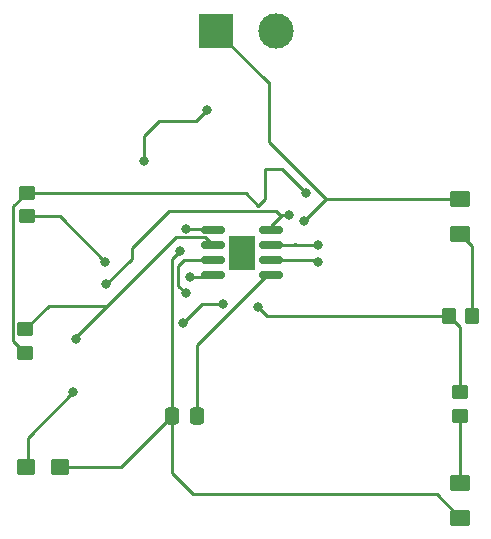
<source format=gbr>
%TF.GenerationSoftware,KiCad,Pcbnew,(6.0.10)*%
%TF.CreationDate,2023-02-17T09:15:48-08:00*%
%TF.ProjectId,Exercise II,45786572-6369-4736-9520-49492e6b6963,rev?*%
%TF.SameCoordinates,Original*%
%TF.FileFunction,Copper,L1,Top*%
%TF.FilePolarity,Positive*%
%FSLAX46Y46*%
G04 Gerber Fmt 4.6, Leading zero omitted, Abs format (unit mm)*
G04 Created by KiCad (PCBNEW (6.0.10)) date 2023-02-17 09:15:48*
%MOMM*%
%LPD*%
G01*
G04 APERTURE LIST*
G04 Aperture macros list*
%AMRoundRect*
0 Rectangle with rounded corners*
0 $1 Rounding radius*
0 $2 $3 $4 $5 $6 $7 $8 $9 X,Y pos of 4 corners*
0 Add a 4 corners polygon primitive as box body*
4,1,4,$2,$3,$4,$5,$6,$7,$8,$9,$2,$3,0*
0 Add four circle primitives for the rounded corners*
1,1,$1+$1,$2,$3*
1,1,$1+$1,$4,$5*
1,1,$1+$1,$6,$7*
1,1,$1+$1,$8,$9*
0 Add four rect primitives between the rounded corners*
20,1,$1+$1,$2,$3,$4,$5,0*
20,1,$1+$1,$4,$5,$6,$7,0*
20,1,$1+$1,$6,$7,$8,$9,0*
20,1,$1+$1,$8,$9,$2,$3,0*%
G04 Aperture macros list end*
%TA.AperFunction,SMDPad,CuDef*%
%ADD10RoundRect,0.250001X0.624999X-0.462499X0.624999X0.462499X-0.624999X0.462499X-0.624999X-0.462499X0*%
%TD*%
%TA.AperFunction,SMDPad,CuDef*%
%ADD11RoundRect,0.250000X-0.450000X0.350000X-0.450000X-0.350000X0.450000X-0.350000X0.450000X0.350000X0*%
%TD*%
%TA.AperFunction,SMDPad,CuDef*%
%ADD12RoundRect,0.150000X-0.825000X-0.150000X0.825000X-0.150000X0.825000X0.150000X-0.825000X0.150000X0*%
%TD*%
%TA.AperFunction,SMDPad,CuDef*%
%ADD13R,2.290000X3.000000*%
%TD*%
%TA.AperFunction,SMDPad,CuDef*%
%ADD14RoundRect,0.250000X0.350000X0.450000X-0.350000X0.450000X-0.350000X-0.450000X0.350000X-0.450000X0*%
%TD*%
%TA.AperFunction,ComponentPad*%
%ADD15R,3.000000X3.000000*%
%TD*%
%TA.AperFunction,ComponentPad*%
%ADD16C,3.000000*%
%TD*%
%TA.AperFunction,SMDPad,CuDef*%
%ADD17RoundRect,0.250000X0.337500X0.475000X-0.337500X0.475000X-0.337500X-0.475000X0.337500X-0.475000X0*%
%TD*%
%TA.AperFunction,SMDPad,CuDef*%
%ADD18RoundRect,0.250000X-0.537500X-0.425000X0.537500X-0.425000X0.537500X0.425000X-0.537500X0.425000X0*%
%TD*%
%TA.AperFunction,SMDPad,CuDef*%
%ADD19RoundRect,0.250000X0.450000X-0.350000X0.450000X0.350000X-0.450000X0.350000X-0.450000X-0.350000X0*%
%TD*%
%TA.AperFunction,ViaPad*%
%ADD20C,0.800000*%
%TD*%
%TA.AperFunction,Conductor*%
%ADD21C,0.254000*%
%TD*%
G04 APERTURE END LIST*
D10*
%TO.P,D2,1,K*%
%TO.N,GND*%
X152654000Y-107786500D03*
%TO.P,D2,2,A*%
%TO.N,Net-(D2-Pad2)*%
X152654000Y-104811500D03*
%TD*%
D11*
%TO.P,R4,1*%
%TO.N,/pin_3*%
X152654000Y-97171000D03*
%TO.P,R4,2*%
%TO.N,Net-(D2-Pad2)*%
X152654000Y-99171000D03*
%TD*%
D12*
%TO.P,U1,1,GND*%
%TO.N,GND*%
X131699000Y-83427000D03*
%TO.P,U1,2,TR*%
%TO.N,/pin_2*%
X131699000Y-84697000D03*
%TO.P,U1,3,Q*%
%TO.N,/pin_3*%
X131699000Y-85967000D03*
%TO.P,U1,4,R*%
%TO.N,+9V*%
X131699000Y-87237000D03*
%TO.P,U1,5,CV*%
%TO.N,Net-(C2-Pad1)*%
X136649000Y-87237000D03*
%TO.P,U1,6,THR*%
%TO.N,/pin_2*%
X136649000Y-85967000D03*
%TO.P,U1,7,DIS*%
%TO.N,/pin_7*%
X136649000Y-84697000D03*
%TO.P,U1,8,VCC*%
%TO.N,+9V*%
X136649000Y-83427000D03*
D13*
%TO.P,U1,9*%
%TO.N,N/C*%
X134174000Y-85332000D03*
%TD*%
D10*
%TO.P,D1,1,K*%
%TO.N,Net-(D1-Pad1)*%
X152654000Y-83783500D03*
%TO.P,D1,2,A*%
%TO.N,+9V*%
X152654000Y-80808500D03*
%TD*%
D14*
%TO.P,R3,1*%
%TO.N,Net-(D1-Pad1)*%
X153654000Y-90678000D03*
%TO.P,R3,2*%
%TO.N,/pin_3*%
X151654000Y-90678000D03*
%TD*%
D15*
%TO.P,J1,1,Pin_1*%
%TO.N,+9V*%
X131953000Y-66548000D03*
D16*
%TO.P,J1,2,Pin_2*%
%TO.N,GND*%
X137033000Y-66548000D03*
%TD*%
D17*
%TO.P,C2,1*%
%TO.N,Net-(C2-Pad1)*%
X130323500Y-99187000D03*
%TO.P,C2,2*%
%TO.N,GND*%
X128248500Y-99187000D03*
%TD*%
D18*
%TO.P,C1,1*%
%TO.N,/pin_2*%
X115910500Y-103505000D03*
%TO.P,C1,2*%
%TO.N,GND*%
X118785500Y-103505000D03*
%TD*%
D19*
%TO.P,R1,1*%
%TO.N,+9V*%
X115951000Y-82280000D03*
%TO.P,R1,2*%
%TO.N,/pin_7*%
X115951000Y-80280000D03*
%TD*%
%TO.P,R2,1*%
%TO.N,/pin_7*%
X115824000Y-93837000D03*
%TO.P,R2,2*%
%TO.N,/pin_2*%
X115824000Y-91837000D03*
%TD*%
D20*
%TO.N,/pin_2*%
X119888000Y-97155000D03*
X132588000Y-89662000D03*
X120078500Y-92646500D03*
X129159000Y-91313000D03*
X140589000Y-86106000D03*
%TO.N,GND*%
X125857000Y-77597000D03*
X129413000Y-83312000D03*
X128905000Y-85217000D03*
X131191000Y-73279000D03*
%TO.N,+9V*%
X129794000Y-87376000D03*
X138176000Y-82169000D03*
X122555000Y-86106000D03*
X122682000Y-88011000D03*
X139446000Y-82677000D03*
%TO.N,/pin_7*%
X139573000Y-80264000D03*
X140589000Y-84709000D03*
%TO.N,/pin_3*%
X129413000Y-88773000D03*
X135509000Y-89916000D03*
%TD*%
D21*
%TO.N,/pin_2*%
X115824000Y-91837000D02*
X117808500Y-89852500D01*
X119888000Y-97155000D02*
X116014500Y-101028500D01*
X132588000Y-89662000D02*
X130810000Y-89662000D01*
X122745500Y-89852500D02*
X128544000Y-84054000D01*
X130810000Y-89662000D02*
X129159000Y-91313000D01*
X136649000Y-85967000D02*
X140450000Y-85967000D01*
X131056000Y-84054000D02*
X131699000Y-84697000D01*
X116014500Y-103401000D02*
X115910500Y-103505000D01*
X128544000Y-84054000D02*
X131056000Y-84054000D01*
X117808500Y-89852500D02*
X122745500Y-89852500D01*
X116014500Y-101028500D02*
X116014500Y-103401000D01*
X120015000Y-92583000D02*
X122745500Y-89852500D01*
X140450000Y-85967000D02*
X140589000Y-86106000D01*
%TO.N,GND*%
X130302000Y-74168000D02*
X127127000Y-74168000D01*
X125857000Y-75438000D02*
X125857000Y-77597000D01*
X131191000Y-73279000D02*
X130302000Y-74168000D01*
X128248500Y-99187000D02*
X128248500Y-103991500D01*
X129413000Y-83312000D02*
X131584000Y-83312000D01*
X127127000Y-74168000D02*
X125857000Y-75438000D01*
X128248500Y-103991500D02*
X130048000Y-105791000D01*
X128248500Y-99187000D02*
X128248500Y-85873500D01*
X128248500Y-85873500D02*
X128905000Y-85217000D01*
X123930500Y-103505000D02*
X128248500Y-99187000D01*
X152654000Y-107786500D02*
X150658500Y-105791000D01*
X118785500Y-103505000D02*
X123930500Y-103505000D01*
X150658500Y-105791000D02*
X130048000Y-105791000D01*
%TO.N,Net-(C2-Pad1)*%
X136283000Y-87237000D02*
X136649000Y-87237000D01*
X130323500Y-93196500D02*
X136283000Y-87237000D01*
X130323500Y-99187000D02*
X130323500Y-93196500D01*
%TO.N,Net-(D1-Pad1)*%
X153654000Y-90678000D02*
X153654000Y-84783500D01*
X153654000Y-84783500D02*
X152654000Y-83783500D01*
%TO.N,+9V*%
X124841000Y-84963000D02*
X127997000Y-81807000D01*
X124841000Y-85852000D02*
X124841000Y-84963000D01*
X136461500Y-70929500D02*
X136461500Y-75955500D01*
X141314500Y-80808500D02*
X139446000Y-82677000D01*
X118729000Y-82280000D02*
X122555000Y-86106000D01*
X137052000Y-81807000D02*
X137477500Y-82232500D01*
X136334500Y-70929500D02*
X131953000Y-66548000D01*
X136649000Y-83061000D02*
X136649000Y-83427000D01*
X136461500Y-75955500D02*
X141314500Y-80808500D01*
X138176000Y-82169000D02*
X137541000Y-82169000D01*
X122682000Y-88011000D02*
X124841000Y-85852000D01*
X152654000Y-80808500D02*
X141314500Y-80808500D01*
X137477500Y-82232500D02*
X137541000Y-82169000D01*
X136461500Y-70929500D02*
X136334500Y-70929500D01*
X137477500Y-82232500D02*
X136649000Y-83061000D01*
X131560000Y-87376000D02*
X131699000Y-87237000D01*
X129794000Y-87376000D02*
X131560000Y-87376000D01*
X127997000Y-81807000D02*
X137052000Y-81807000D01*
X115951000Y-82280000D02*
X118729000Y-82280000D01*
%TO.N,Net-(D2-Pad2)*%
X152654000Y-104811500D02*
X152654000Y-99171000D01*
%TO.N,/pin_7*%
X138811000Y-84709000D02*
X138684000Y-84582000D01*
X115951000Y-80280000D02*
X114797000Y-81434000D01*
X138569000Y-84697000D02*
X136649000Y-84697000D01*
X138684000Y-84582000D02*
X138569000Y-84697000D01*
X114797000Y-92810000D02*
X115824000Y-93837000D01*
X135563000Y-81353000D02*
X136144000Y-80772000D01*
X115951000Y-80280000D02*
X134490000Y-80280000D01*
X140589000Y-84709000D02*
X138811000Y-84709000D01*
X114797000Y-81434000D02*
X114797000Y-92810000D01*
X136144000Y-78232000D02*
X137541000Y-78232000D01*
X134490000Y-80280000D02*
X135563000Y-81353000D01*
X136144000Y-80772000D02*
X136144000Y-78232000D01*
X137541000Y-78232000D02*
X139573000Y-80264000D01*
%TO.N,/pin_3*%
X129298000Y-85967000D02*
X131699000Y-85967000D01*
X128778000Y-88138000D02*
X128778000Y-86487000D01*
X136271000Y-90678000D02*
X135509000Y-89916000D01*
X152654000Y-97171000D02*
X152654000Y-91678000D01*
X128778000Y-86487000D02*
X129298000Y-85967000D01*
X151654000Y-90678000D02*
X136271000Y-90678000D01*
X129413000Y-88773000D02*
X128778000Y-88138000D01*
X152654000Y-91678000D02*
X151654000Y-90678000D01*
%TD*%
M02*

</source>
